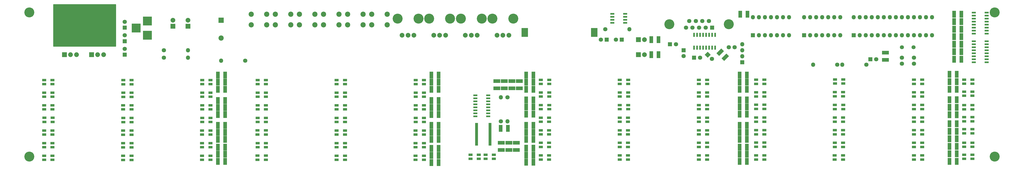
<source format=gts>
G04 #@! TF.FileFunction,Soldermask,Top*
%FSLAX46Y46*%
G04 Gerber Fmt 4.6, Leading zero omitted, Abs format (unit mm)*
G04 Created by KiCad (PCBNEW 4.0.7) date 05/08/18 23:55:34*
%MOMM*%
%LPD*%
G01*
G04 APERTURE LIST*
%ADD10C,0.100000*%
%ADD11R,1.800000X1.800000*%
%ADD12C,1.800000*%
%ADD13C,4.200000*%
%ADD14R,1.800000X1.050000*%
%ADD15R,1.700000X0.800000*%
%ADD16R,1.595000X2.900000*%
%ADD17C,1.700000*%
%ADD18R,2.740000X3.710000*%
%ADD19R,3.700000X3.700000*%
%ADD20O,1.800000X1.800000*%
%ADD21R,2.000000X2.000000*%
%ADD22C,2.000000*%
%ADD23C,2.200000*%
%ADD24R,2.200000X2.200000*%
%ADD25R,2.900000X1.595000*%
%ADD26O,3.700000X3.700000*%
%ADD27O,2.000000X2.000000*%
%ADD28R,1.300000X0.485000*%
%ADD29R,1.750000X0.800000*%
%ADD30R,0.800000X1.700000*%
%ADD31C,0.254000*%
G04 APERTURE END LIST*
D10*
D11*
X309880000Y-180975000D03*
D12*
X307110000Y-180975000D03*
X304340000Y-180975000D03*
X301570000Y-180975000D03*
X298800000Y-180975000D03*
X308495000Y-178135000D03*
X305725000Y-178135000D03*
X302955000Y-178135000D03*
X300185000Y-178135000D03*
D13*
X316840000Y-179555000D03*
X291840000Y-179555000D03*
D14*
X270913600Y-235022682D03*
X270913600Y-236772682D03*
X274413600Y-235022682D03*
X274413600Y-236772682D03*
X270913600Y-224356016D03*
X270913600Y-226106016D03*
X274413600Y-224356016D03*
X274413600Y-226106016D03*
X270936100Y-203022682D03*
X270936100Y-204772682D03*
X274436100Y-203022682D03*
X274436100Y-204772682D03*
X270936100Y-208356017D03*
X270936100Y-210106017D03*
X274436100Y-208356017D03*
X274436100Y-210106017D03*
D15*
X425610000Y-195580000D03*
X425610000Y-194310000D03*
X425610000Y-193040000D03*
X425610000Y-191770000D03*
X425610000Y-190500000D03*
X425610000Y-189230000D03*
X425610000Y-187960000D03*
X425610000Y-186690000D03*
X420210000Y-186690000D03*
X420210000Y-187960000D03*
X420210000Y-189230000D03*
X420210000Y-190500000D03*
X420210000Y-191770000D03*
X420210000Y-193040000D03*
X420210000Y-194310000D03*
X420210000Y-195580000D03*
D14*
X304221100Y-235022682D03*
X304221100Y-236772682D03*
X307721100Y-235022682D03*
X307721100Y-236772682D03*
D16*
X104517500Y-231500000D03*
X101482500Y-231500000D03*
X104517500Y-234500000D03*
X101482500Y-234500000D03*
X104517500Y-237500000D03*
X101482500Y-237500000D03*
X194517500Y-201000000D03*
X191482500Y-201000000D03*
X194517500Y-204000000D03*
X191482500Y-204000000D03*
X194517500Y-207000000D03*
X191482500Y-207000000D03*
X194517500Y-211750000D03*
X191482500Y-211750000D03*
X194517500Y-214750000D03*
X191482500Y-214750000D03*
D17*
X389890000Y-189230000D03*
X394770000Y-189230000D03*
D18*
X260180000Y-183000000D03*
X230820000Y-183000000D03*
D12*
X389890000Y-193675000D03*
X389890000Y-196175000D03*
X394970000Y-193675000D03*
X394970000Y-196175000D03*
D19*
X71755000Y-184150000D03*
X71755000Y-178150000D03*
X67055000Y-181150000D03*
D16*
X104517500Y-201000000D03*
X101482500Y-201000000D03*
X104517500Y-204000000D03*
X101482500Y-204000000D03*
X104517500Y-207000000D03*
X101482500Y-207000000D03*
X104517500Y-211750000D03*
X101482500Y-211750000D03*
X104517500Y-217750000D03*
X101482500Y-217750000D03*
X104517500Y-222250000D03*
X101482500Y-222250000D03*
X104517500Y-225250000D03*
X101482500Y-225250000D03*
X104517500Y-228250000D03*
X101482500Y-228250000D03*
D11*
X369570000Y-184150000D03*
D20*
X402590000Y-176530000D03*
X372110000Y-184150000D03*
X400050000Y-176530000D03*
X374650000Y-184150000D03*
X397510000Y-176530000D03*
X377190000Y-184150000D03*
X394970000Y-176530000D03*
X379730000Y-184150000D03*
X392430000Y-176530000D03*
X382270000Y-184150000D03*
X389890000Y-176530000D03*
X384810000Y-184150000D03*
X387350000Y-176530000D03*
X387350000Y-184150000D03*
X384810000Y-176530000D03*
X389890000Y-184150000D03*
X382270000Y-176530000D03*
X392430000Y-184150000D03*
X379730000Y-176530000D03*
X394970000Y-184150000D03*
X377190000Y-176530000D03*
X397510000Y-184150000D03*
X374650000Y-176530000D03*
X400050000Y-184150000D03*
X372110000Y-176530000D03*
X402590000Y-184150000D03*
X369570000Y-176530000D03*
D21*
X82550000Y-180340000D03*
D22*
X82550000Y-177800000D03*
D15*
X210025000Y-209550000D03*
X210025000Y-210820000D03*
X210025000Y-212090000D03*
X210025000Y-213360000D03*
X210025000Y-214630000D03*
X210025000Y-215900000D03*
X210025000Y-217170000D03*
X210025000Y-218440000D03*
X215425000Y-218440000D03*
X215425000Y-217170000D03*
X215425000Y-215900000D03*
X215425000Y-214630000D03*
X215425000Y-213360000D03*
X215425000Y-212090000D03*
X215425000Y-210820000D03*
X215425000Y-209550000D03*
D11*
X348615000Y-184150000D03*
D20*
X363855000Y-176530000D03*
X351155000Y-184150000D03*
X361315000Y-176530000D03*
X353695000Y-184150000D03*
X358775000Y-176530000D03*
X356235000Y-184150000D03*
X356235000Y-176530000D03*
X358775000Y-184150000D03*
X353695000Y-176530000D03*
X361315000Y-184150000D03*
X351155000Y-176530000D03*
X363855000Y-184150000D03*
X348615000Y-176530000D03*
D23*
X166370000Y-179760000D03*
X166370000Y-175260000D03*
X172870000Y-179760000D03*
X172870000Y-175260000D03*
X156210000Y-179760000D03*
X156210000Y-175260000D03*
X162710000Y-179760000D03*
X162710000Y-175260000D03*
X146050000Y-179760000D03*
X146050000Y-175260000D03*
X152550000Y-179760000D03*
X152550000Y-175260000D03*
X135890000Y-179760000D03*
X135890000Y-175260000D03*
X142390000Y-179760000D03*
X142390000Y-175260000D03*
X125730000Y-179760000D03*
X125730000Y-175260000D03*
X132230000Y-179760000D03*
X132230000Y-175260000D03*
X115570000Y-179760000D03*
X115570000Y-175260000D03*
X122070000Y-179760000D03*
X122070000Y-175260000D03*
D22*
X179150000Y-184150000D03*
X181650000Y-184150000D03*
X184150000Y-184150000D03*
D13*
X177250000Y-177150000D03*
X186050000Y-177150000D03*
D24*
X102870000Y-177800000D03*
D23*
X102870000Y-185400000D03*
D12*
X316865000Y-189230000D03*
X319365000Y-189230000D03*
D14*
X31750000Y-204875000D03*
X31750000Y-203125000D03*
X28250000Y-204875000D03*
X28250000Y-203125000D03*
X31750000Y-210208333D03*
X31750000Y-208458333D03*
X28250000Y-210208333D03*
X28250000Y-208458333D03*
X31750000Y-215541666D03*
X31750000Y-213791666D03*
X28250000Y-215541666D03*
X28250000Y-213791666D03*
X31816000Y-220839000D03*
X31816000Y-219089000D03*
X28316000Y-220839000D03*
X28316000Y-219089000D03*
X31750000Y-226208332D03*
X31750000Y-224458332D03*
X28250000Y-226208332D03*
X28250000Y-224458332D03*
X31750000Y-231541665D03*
X31750000Y-229791665D03*
X28250000Y-231541665D03*
X28250000Y-229791665D03*
X31750000Y-236875000D03*
X31750000Y-235125000D03*
X28250000Y-236875000D03*
X28250000Y-235125000D03*
X65069250Y-204913000D03*
X65069250Y-203163000D03*
X61569250Y-204913000D03*
X61569250Y-203163000D03*
X65069250Y-210246333D03*
X65069250Y-208496333D03*
X61569250Y-210246333D03*
X61569250Y-208496333D03*
X65057500Y-215543000D03*
X65057500Y-213793000D03*
X61557500Y-215543000D03*
X61557500Y-213793000D03*
X65069250Y-220912999D03*
X65069250Y-219162999D03*
X61569250Y-220912999D03*
X61569250Y-219162999D03*
X65058000Y-226246332D03*
X65058000Y-224496332D03*
X61558000Y-226246332D03*
X61558000Y-224496332D03*
X65058000Y-231579665D03*
X65058000Y-229829665D03*
X61558000Y-231579665D03*
X61558000Y-229829665D03*
X65058000Y-236913000D03*
X65058000Y-235163000D03*
X61558000Y-236913000D03*
X61558000Y-235163000D03*
X98365000Y-204875000D03*
X98365000Y-203125000D03*
X94865000Y-204875000D03*
X94865000Y-203125000D03*
X98365000Y-210208333D03*
X98365000Y-208458333D03*
X94865000Y-210208333D03*
X94865000Y-208458333D03*
X98365000Y-215541666D03*
X98365000Y-213791666D03*
X94865000Y-215541666D03*
X94865000Y-213791666D03*
X98365000Y-220874999D03*
X98365000Y-219124999D03*
X94865000Y-220874999D03*
X94865000Y-219124999D03*
X98320000Y-226208332D03*
X98320000Y-224458332D03*
X94820000Y-226208332D03*
X94820000Y-224458332D03*
X98320000Y-231541665D03*
X98320000Y-229791665D03*
X94820000Y-231541665D03*
X94820000Y-229791665D03*
X98320000Y-236875000D03*
X98320000Y-235125000D03*
X94820000Y-236875000D03*
X94820000Y-235125000D03*
X121750000Y-204875000D03*
X121750000Y-203125000D03*
X118250000Y-204875000D03*
X118250000Y-203125000D03*
X121750000Y-210208333D03*
X121750000Y-208458333D03*
X118250000Y-210208333D03*
X118250000Y-208458333D03*
X121750000Y-215541666D03*
X121750000Y-213791666D03*
X118250000Y-215541666D03*
X118250000Y-213791666D03*
X121750000Y-220874999D03*
X121750000Y-219124999D03*
X118250000Y-220874999D03*
X118250000Y-219124999D03*
X121704000Y-226173000D03*
X121704000Y-224423000D03*
X118204000Y-226173000D03*
X118204000Y-224423000D03*
X121750000Y-231541665D03*
X121750000Y-229791665D03*
X118250000Y-231541665D03*
X118250000Y-229791665D03*
X121704000Y-236841000D03*
X121704000Y-235091000D03*
X118204000Y-236841000D03*
X118204000Y-235091000D03*
X155057500Y-204875000D03*
X155057500Y-203125000D03*
X151557500Y-204875000D03*
X151557500Y-203125000D03*
X155057500Y-210208333D03*
X155057500Y-208458333D03*
X151557500Y-210208333D03*
X151557500Y-208458333D03*
X155057500Y-215541666D03*
X155057500Y-213791666D03*
X151557500Y-215541666D03*
X151557500Y-213791666D03*
X155057500Y-220874999D03*
X155057500Y-219124999D03*
X151557500Y-220874999D03*
X151557500Y-219124999D03*
X155035000Y-226208332D03*
X155035000Y-224458332D03*
X151535000Y-226208332D03*
X151535000Y-224458332D03*
X155035000Y-231541665D03*
X155035000Y-229791665D03*
X151535000Y-231541665D03*
X151535000Y-229791665D03*
X155035000Y-236875000D03*
X155035000Y-235125000D03*
X151535000Y-236875000D03*
X151535000Y-235125000D03*
X188365000Y-204875000D03*
X188365000Y-203125000D03*
X184865000Y-204875000D03*
X184865000Y-203125000D03*
X188365000Y-210208333D03*
X188365000Y-208458333D03*
X184865000Y-210208333D03*
X184865000Y-208458333D03*
X188365000Y-215541666D03*
X188365000Y-213791666D03*
X184865000Y-215541666D03*
X184865000Y-213791666D03*
X188365000Y-220874999D03*
X188365000Y-219124999D03*
X184865000Y-220874999D03*
X184865000Y-219124999D03*
X188320000Y-226208332D03*
X188320000Y-224458332D03*
X184820000Y-226208332D03*
X184820000Y-224458332D03*
X188320000Y-231541665D03*
X188320000Y-229791665D03*
X184820000Y-231541665D03*
X184820000Y-229791665D03*
X188320000Y-236875000D03*
X188320000Y-235125000D03*
X184820000Y-236875000D03*
X184820000Y-235125000D03*
X214310000Y-234710000D03*
X214310000Y-236460000D03*
X217810000Y-234710000D03*
X217810000Y-236460000D03*
X207960000Y-234710000D03*
X207960000Y-236460000D03*
X211460000Y-234710000D03*
X211460000Y-236460000D03*
X304221102Y-203022684D03*
X304221102Y-204772684D03*
X307721102Y-203022684D03*
X307721102Y-204772684D03*
X304221100Y-208356017D03*
X304221100Y-210106017D03*
X307721100Y-208356017D03*
X307721100Y-210106017D03*
X304221100Y-213689350D03*
X304221100Y-215439350D03*
X307721100Y-213689350D03*
X307721100Y-215439350D03*
X304221100Y-219022683D03*
X304221100Y-220772683D03*
X307721100Y-219022683D03*
X307721100Y-220772683D03*
X304221100Y-224356016D03*
X304221100Y-226106016D03*
X307721100Y-224356016D03*
X307721100Y-226106016D03*
X304221100Y-229689349D03*
X304221100Y-231439349D03*
X307721100Y-229689349D03*
X307721100Y-231439349D03*
X270936100Y-213689350D03*
X270936100Y-215439350D03*
X274436100Y-213689350D03*
X274436100Y-215439350D03*
X270913600Y-219022683D03*
X270913600Y-220772683D03*
X274413600Y-219022683D03*
X274413600Y-220772683D03*
X270913600Y-229689349D03*
X270913600Y-231439349D03*
X274413600Y-229689349D03*
X274413600Y-231439349D03*
X237651100Y-203022682D03*
X237651100Y-204772682D03*
X241151100Y-203022682D03*
X241151100Y-204772682D03*
X237651100Y-208356017D03*
X237651100Y-210106017D03*
X241151100Y-208356017D03*
X241151100Y-210106017D03*
X237651100Y-213689350D03*
X237651100Y-215439350D03*
X241151100Y-213689350D03*
X241151100Y-215439350D03*
X237606100Y-219022683D03*
X237606100Y-220772683D03*
X241106100Y-219022683D03*
X241106100Y-220772683D03*
X237606100Y-224356016D03*
X237606100Y-226106016D03*
X241106100Y-224356016D03*
X241106100Y-226106016D03*
X237606100Y-229689349D03*
X237606100Y-231439349D03*
X241106100Y-229689349D03*
X241106100Y-231439349D03*
X237606100Y-235022682D03*
X237606100Y-236772682D03*
X241106100Y-235022682D03*
X241106100Y-236772682D03*
X394898832Y-202975114D03*
X394898832Y-204725114D03*
X398398832Y-202975114D03*
X398398832Y-204725114D03*
X394898832Y-208308449D03*
X394898832Y-210058449D03*
X398398832Y-208308449D03*
X398398832Y-210058449D03*
X394898832Y-213641782D03*
X394898832Y-215391782D03*
X398398832Y-213641782D03*
X398398832Y-215391782D03*
X394898832Y-218975115D03*
X394898832Y-220725115D03*
X398398832Y-218975115D03*
X398398832Y-220725115D03*
X394898832Y-224308448D03*
X394898832Y-226058448D03*
X398398832Y-224308448D03*
X398398832Y-226058448D03*
X394898832Y-229641781D03*
X394898832Y-231391781D03*
X398398832Y-229641781D03*
X398398832Y-231391781D03*
X394898832Y-234975114D03*
X394898832Y-236725114D03*
X398398832Y-234975114D03*
X398398832Y-236725114D03*
X361630000Y-202875000D03*
X361630000Y-204625000D03*
X365130000Y-202875000D03*
X365130000Y-204625000D03*
X361591332Y-208250000D03*
X361591332Y-210000000D03*
X365091332Y-208250000D03*
X365091332Y-210000000D03*
X361613832Y-213641782D03*
X361613832Y-215391782D03*
X365113832Y-213641782D03*
X365113832Y-215391782D03*
X361591332Y-218975115D03*
X361591332Y-220725115D03*
X365091332Y-218975115D03*
X365091332Y-220725115D03*
X361591332Y-224308448D03*
X361591332Y-226058448D03*
X365091332Y-224308448D03*
X365091332Y-226058448D03*
X361591332Y-229641781D03*
X361591332Y-231391781D03*
X365091332Y-229641781D03*
X365091332Y-231391781D03*
X361518832Y-234975114D03*
X361518832Y-236725114D03*
X365018832Y-234975114D03*
X365018832Y-236725114D03*
D21*
X278765000Y-192405000D03*
D22*
X281305000Y-192405000D03*
D21*
X278765000Y-186055000D03*
D22*
X281305000Y-186055000D03*
D14*
X328398832Y-202975114D03*
X328398832Y-204725114D03*
X331898832Y-202975114D03*
X331898832Y-204725114D03*
X328398832Y-208350114D03*
X328398832Y-210100114D03*
X331898832Y-208350114D03*
X331898832Y-210100114D03*
X328398832Y-213600114D03*
X328398832Y-215350114D03*
X331898832Y-213600114D03*
X331898832Y-215350114D03*
X328398832Y-218975114D03*
X328398832Y-220725114D03*
X331898832Y-218975114D03*
X331898832Y-220725114D03*
X328398832Y-224350114D03*
X328398832Y-226100114D03*
X331898832Y-224350114D03*
X331898832Y-226100114D03*
X328398832Y-229600114D03*
X328398832Y-231350114D03*
X331898832Y-229600114D03*
X331898832Y-231350114D03*
X328398832Y-234975114D03*
X328398832Y-236725114D03*
X331898832Y-234975114D03*
X331898832Y-236725114D03*
D21*
X88900000Y-180340000D03*
D22*
X88900000Y-177800000D03*
D14*
X416080000Y-202960000D03*
X416080000Y-204710000D03*
X419580000Y-202960000D03*
X419580000Y-204710000D03*
X416080000Y-208040000D03*
X416080000Y-209790000D03*
X419580000Y-208040000D03*
X419580000Y-209790000D03*
X416080000Y-213755000D03*
X416080000Y-215505000D03*
X419580000Y-213755000D03*
X419580000Y-215505000D03*
X416080000Y-218835000D03*
X416080000Y-220585000D03*
X419580000Y-218835000D03*
X419580000Y-220585000D03*
X416080000Y-223915000D03*
X416080000Y-225665000D03*
X419580000Y-223915000D03*
X419580000Y-225665000D03*
X416080000Y-229630000D03*
X416080000Y-231380000D03*
X419580000Y-229630000D03*
X419580000Y-231380000D03*
X416080000Y-234710000D03*
X416080000Y-236460000D03*
X419580000Y-234710000D03*
X419580000Y-236460000D03*
D15*
X425610000Y-183515000D03*
X425610000Y-182245000D03*
X425610000Y-180975000D03*
X425610000Y-179705000D03*
X425610000Y-178435000D03*
X425610000Y-177165000D03*
X425610000Y-175895000D03*
X425610000Y-174625000D03*
X420210000Y-174625000D03*
X420210000Y-175895000D03*
X420210000Y-177165000D03*
X420210000Y-178435000D03*
X420210000Y-179705000D03*
X420210000Y-180975000D03*
X420210000Y-182245000D03*
X420210000Y-183515000D03*
D16*
X104517500Y-214750000D03*
X101482500Y-214750000D03*
D12*
X113030000Y-194945000D03*
D20*
X102870000Y-194945000D03*
D16*
X194517500Y-217750000D03*
X191482500Y-217750000D03*
X194517500Y-222250000D03*
X191482500Y-222250000D03*
X194517500Y-225250000D03*
X191482500Y-225250000D03*
X194517500Y-228250000D03*
X191482500Y-228250000D03*
X194517500Y-232000000D03*
X191482500Y-232000000D03*
X194517500Y-235000000D03*
X191482500Y-235000000D03*
X194517500Y-238000000D03*
X191482500Y-238000000D03*
D25*
X227330000Y-229622500D03*
X227330000Y-232657500D03*
X224155000Y-229622500D03*
X224155000Y-232657500D03*
X220980000Y-229622500D03*
X220980000Y-232657500D03*
X219075000Y-203587500D03*
X219075000Y-206622500D03*
X222250000Y-203587500D03*
X222250000Y-206622500D03*
X225425000Y-203587500D03*
X225425000Y-206622500D03*
X228600000Y-203587500D03*
X228600000Y-206622500D03*
D16*
X231482500Y-207000000D03*
X234517500Y-207000000D03*
X231482500Y-204000000D03*
X234517500Y-204000000D03*
X231482500Y-201000000D03*
X234517500Y-201000000D03*
X231482500Y-217500000D03*
X234517500Y-217500000D03*
X231482500Y-214500000D03*
X234517500Y-214500000D03*
X231482500Y-211500000D03*
X234517500Y-211500000D03*
X231482500Y-228200000D03*
X234517500Y-228200000D03*
X231482500Y-225250000D03*
X234517500Y-225250000D03*
X231482500Y-222250000D03*
X234517500Y-222250000D03*
X231482500Y-237900000D03*
X234517500Y-237900000D03*
X231482500Y-234900000D03*
X234517500Y-234900000D03*
X231482500Y-231900000D03*
X234517500Y-231900000D03*
X414902500Y-175260000D03*
X411867500Y-175260000D03*
X414902500Y-178435000D03*
X411867500Y-178435000D03*
X414902500Y-181610000D03*
X411867500Y-181610000D03*
X414902500Y-184785000D03*
X411867500Y-184785000D03*
X414902500Y-187960000D03*
X411867500Y-187960000D03*
X414902500Y-191135000D03*
X411867500Y-191135000D03*
X414902500Y-194310000D03*
X411867500Y-194310000D03*
X287267500Y-192405000D03*
X284232500Y-192405000D03*
X287267500Y-186055000D03*
X284232500Y-186055000D03*
X321482500Y-207000000D03*
X324517500Y-207000000D03*
X321482500Y-204000000D03*
X324517500Y-204000000D03*
X321482500Y-201000000D03*
X324517500Y-201000000D03*
X321482500Y-217500000D03*
X324517500Y-217500000D03*
X321482500Y-214500000D03*
X324517500Y-214500000D03*
X321482500Y-211500000D03*
X324517500Y-211500000D03*
X321482500Y-228250000D03*
X324517500Y-228250000D03*
X321482500Y-225250000D03*
X324517500Y-225250000D03*
X321482500Y-222250000D03*
X324517500Y-222250000D03*
X321482500Y-237500000D03*
X324517500Y-237500000D03*
X321482500Y-234500000D03*
X324517500Y-234500000D03*
X321482500Y-231500000D03*
X324517500Y-231500000D03*
D12*
X362585000Y-196596000D03*
D20*
X352425000Y-196596000D03*
D12*
X223600000Y-210400000D03*
D20*
X223600000Y-220560000D03*
D12*
X264795000Y-181610000D03*
D20*
X274955000Y-181610000D03*
D12*
X374904000Y-196596000D03*
D20*
X364744000Y-196596000D03*
D12*
X220800000Y-220600000D03*
D20*
X220800000Y-210440000D03*
D12*
X78740000Y-193675000D03*
D20*
X88900000Y-193675000D03*
D12*
X78740000Y-190500000D03*
D20*
X88900000Y-190500000D03*
D25*
X382905000Y-191522500D03*
X382905000Y-194557500D03*
D16*
X223767500Y-223520000D03*
X220732500Y-223520000D03*
X412997500Y-200660000D03*
X409962500Y-200660000D03*
X412997500Y-203835000D03*
X409962500Y-203835000D03*
X412997500Y-207010000D03*
X409962500Y-207010000D03*
X412997500Y-211455000D03*
X409962500Y-211455000D03*
X412997500Y-214630000D03*
X409962500Y-214630000D03*
X412997500Y-217805000D03*
X409962500Y-217805000D03*
X412997500Y-221615000D03*
X409962500Y-221615000D03*
X412997500Y-224790000D03*
X409962500Y-224790000D03*
X412997500Y-227965000D03*
X409962500Y-227965000D03*
X412997500Y-231140000D03*
X409962500Y-231140000D03*
X412997500Y-234315000D03*
X409962500Y-234315000D03*
X412997500Y-237490000D03*
X409962500Y-237490000D03*
D22*
X192485000Y-184150000D03*
X194985000Y-184150000D03*
X197485000Y-184150000D03*
D13*
X190585000Y-177150000D03*
X199385000Y-177150000D03*
D22*
X205820000Y-184150000D03*
X208320000Y-184150000D03*
X210820000Y-184150000D03*
D13*
X203920000Y-177150000D03*
X212720000Y-177150000D03*
D22*
X219155000Y-184150000D03*
X221655000Y-184150000D03*
X224155000Y-184150000D03*
D13*
X217255000Y-177150000D03*
X226055000Y-177150000D03*
D11*
X327025000Y-184150000D03*
D20*
X342265000Y-176530000D03*
X329565000Y-184150000D03*
X339725000Y-176530000D03*
X332105000Y-184150000D03*
X337185000Y-176530000D03*
X334645000Y-184150000D03*
X334645000Y-176530000D03*
X337185000Y-184150000D03*
X332105000Y-176530000D03*
X339725000Y-184150000D03*
X329565000Y-176530000D03*
X342265000Y-184150000D03*
X327025000Y-176530000D03*
D26*
X50800000Y-175745000D03*
D21*
X48260000Y-192405000D03*
D27*
X50800000Y-192405000D03*
X53340000Y-192405000D03*
D28*
X210510000Y-221560000D03*
X210510000Y-222060000D03*
X210510000Y-222560000D03*
X210510000Y-223060000D03*
X210510000Y-223560000D03*
X210510000Y-224060000D03*
X210510000Y-224560000D03*
X210510000Y-225060000D03*
X210510000Y-225560000D03*
X210510000Y-226060000D03*
X210510000Y-226560000D03*
X210510000Y-227060000D03*
X210510000Y-227560000D03*
X210510000Y-228060000D03*
X210510000Y-228560000D03*
X210510000Y-229060000D03*
X210510000Y-229560000D03*
X210510000Y-230060000D03*
X210510000Y-230560000D03*
X216210000Y-230560000D03*
X216210000Y-230060000D03*
X216210000Y-229560000D03*
X216210000Y-229060000D03*
X216210000Y-228560000D03*
X216210000Y-228060000D03*
X216210000Y-227560000D03*
X216210000Y-227060000D03*
X216210000Y-226560000D03*
X216210000Y-226060000D03*
X216210000Y-225560000D03*
X216210000Y-225060000D03*
X216210000Y-224560000D03*
X216210000Y-224060000D03*
X216210000Y-223560000D03*
X216210000Y-223060000D03*
X216210000Y-222560000D03*
X216210000Y-222060000D03*
X216210000Y-221560000D03*
D29*
X267800000Y-175095000D03*
X267800000Y-176365000D03*
X267800000Y-177635000D03*
X267800000Y-178905000D03*
X273200000Y-178905000D03*
X273200000Y-177635000D03*
X273200000Y-176365000D03*
X273200000Y-175095000D03*
D26*
X39370000Y-175745000D03*
D21*
X36830000Y-192405000D03*
D27*
X39370000Y-192405000D03*
X41910000Y-192405000D03*
D11*
X265430000Y-186055000D03*
D12*
X262930000Y-186055000D03*
D11*
X376555000Y-194310000D03*
D12*
X379055000Y-194310000D03*
D11*
X271780000Y-186055000D03*
D12*
X269280000Y-186055000D03*
D11*
X62230000Y-192405000D03*
D12*
X62230000Y-189905000D03*
D11*
X62230000Y-180975000D03*
D12*
X62230000Y-178475000D03*
D11*
X62230000Y-186690000D03*
D12*
X62230000Y-184190000D03*
D11*
X302260000Y-193675000D03*
D12*
X304760000Y-193675000D03*
D10*
G36*
X306702208Y-192405000D02*
X307975000Y-191132208D01*
X309247792Y-192405000D01*
X307975000Y-193677792D01*
X306702208Y-192405000D01*
X306702208Y-192405000D01*
G37*
D12*
X309742767Y-194172767D03*
D11*
X297815000Y-190500000D03*
D12*
X297815000Y-193000000D03*
D11*
X292100000Y-187960000D03*
D12*
X294600000Y-187960000D03*
D30*
X302260000Y-189390000D03*
X303530000Y-189390000D03*
X304800000Y-189390000D03*
X306070000Y-189390000D03*
X307340000Y-189390000D03*
X308610000Y-189390000D03*
X309880000Y-189390000D03*
X311150000Y-189390000D03*
X311150000Y-183990000D03*
X309880000Y-183990000D03*
X308610000Y-183990000D03*
X307340000Y-183990000D03*
X306070000Y-183990000D03*
X304800000Y-183990000D03*
X303530000Y-183990000D03*
X302260000Y-183990000D03*
D11*
X322580000Y-195580000D03*
D20*
X322580000Y-193040000D03*
X322580000Y-190500000D03*
X322580000Y-187960000D03*
D16*
X324732500Y-175260000D03*
X321697500Y-175260000D03*
D10*
G36*
X316987257Y-193016648D02*
X314936648Y-195067257D01*
X313808813Y-193939422D01*
X315859422Y-191888813D01*
X316987257Y-193016648D01*
X316987257Y-193016648D01*
G37*
G36*
X314841187Y-190870578D02*
X312790578Y-192921187D01*
X311662743Y-191793352D01*
X313713352Y-189742743D01*
X314841187Y-190870578D01*
X314841187Y-190870578D01*
G37*
D13*
X22000000Y-174500000D03*
X22000000Y-235500000D03*
X429000000Y-174500000D03*
X429000000Y-235500000D03*
D31*
G36*
X58373000Y-188873000D02*
X32127000Y-188873000D01*
X32127000Y-171127000D01*
X58373000Y-171127000D01*
X58373000Y-188873000D01*
X58373000Y-188873000D01*
G37*
X58373000Y-188873000D02*
X32127000Y-188873000D01*
X32127000Y-171127000D01*
X58373000Y-171127000D01*
X58373000Y-188873000D01*
M02*

</source>
